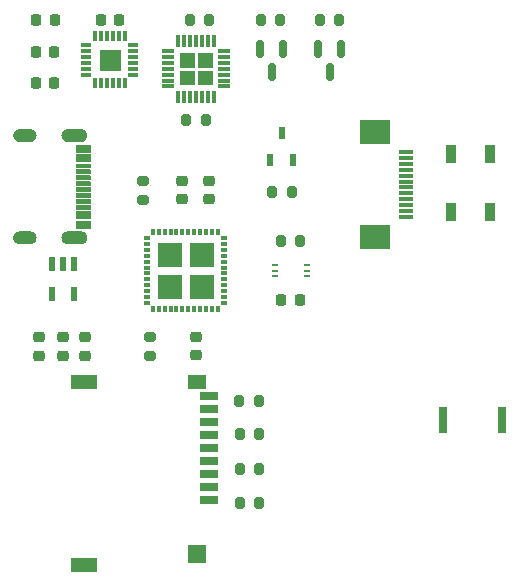
<source format=gtp>
%TF.GenerationSoftware,KiCad,Pcbnew,(6.0.6)*%
%TF.CreationDate,2022-07-19T19:23:43+08:00*%
%TF.ProjectId,Egret,45677265-742e-46b6-9963-61645f706362,rev?*%
%TF.SameCoordinates,Original*%
%TF.FileFunction,Paste,Top*%
%TF.FilePolarity,Positive*%
%FSLAX46Y46*%
G04 Gerber Fmt 4.6, Leading zero omitted, Abs format (unit mm)*
G04 Created by KiCad (PCBNEW (6.0.6)) date 2022-07-19 19:23:43*
%MOMM*%
%LPD*%
G01*
G04 APERTURE LIST*
G04 Aperture macros list*
%AMRoundRect*
0 Rectangle with rounded corners*
0 $1 Rounding radius*
0 $2 $3 $4 $5 $6 $7 $8 $9 X,Y pos of 4 corners*
0 Add a 4 corners polygon primitive as box body*
4,1,4,$2,$3,$4,$5,$6,$7,$8,$9,$2,$3,0*
0 Add four circle primitives for the rounded corners*
1,1,$1+$1,$2,$3*
1,1,$1+$1,$4,$5*
1,1,$1+$1,$6,$7*
1,1,$1+$1,$8,$9*
0 Add four rect primitives between the rounded corners*
20,1,$1+$1,$2,$3,$4,$5,0*
20,1,$1+$1,$4,$5,$6,$7,0*
20,1,$1+$1,$6,$7,$8,$9,0*
20,1,$1+$1,$8,$9,$2,$3,0*%
G04 Aperture macros list end*
%ADD10C,0.010000*%
%ADD11C,0.120000*%
%ADD12RoundRect,0.200000X-0.200000X-0.275000X0.200000X-0.275000X0.200000X0.275000X-0.200000X0.275000X0*%
%ADD13R,0.550000X0.250000*%
%ADD14RoundRect,0.225000X-0.250000X0.225000X-0.250000X-0.225000X0.250000X-0.225000X0.250000X0.225000X0*%
%ADD15RoundRect,0.200000X0.200000X0.275000X-0.200000X0.275000X-0.200000X-0.275000X0.200000X-0.275000X0*%
%ADD16R,0.800000X2.300000*%
%ADD17R,1.500000X1.600000*%
%ADD18R,2.200000X1.200000*%
%ADD19R,1.500000X1.200000*%
%ADD20R,1.600000X0.700000*%
%ADD21RoundRect,0.150000X-0.150000X0.587500X-0.150000X-0.587500X0.150000X-0.587500X0.150000X0.587500X0*%
%ADD22R,0.532000X1.070000*%
%ADD23RoundRect,0.225000X0.225000X0.250000X-0.225000X0.250000X-0.225000X-0.250000X0.225000X-0.250000X0*%
%ADD24RoundRect,0.014000X-0.161000X0.211000X-0.161000X-0.211000X0.161000X-0.211000X0.161000X0.211000X0*%
%ADD25RoundRect,0.014000X0.211000X0.161000X-0.211000X0.161000X-0.211000X-0.161000X0.211000X-0.161000X0*%
%ADD26RoundRect,0.014000X0.161000X-0.211000X0.161000X0.211000X-0.161000X0.211000X-0.161000X-0.211000X0*%
%ADD27RoundRect,0.014000X-0.211000X-0.161000X0.211000X-0.161000X0.211000X0.161000X-0.211000X0.161000X0*%
%ADD28RoundRect,0.225000X-0.225000X-0.250000X0.225000X-0.250000X0.225000X0.250000X-0.225000X0.250000X0*%
%ADD29RoundRect,0.225000X0.250000X-0.225000X0.250000X0.225000X-0.250000X0.225000X-0.250000X-0.225000X0*%
%ADD30RoundRect,0.200000X0.275000X-0.200000X0.275000X0.200000X-0.275000X0.200000X-0.275000X-0.200000X0*%
%ADD31R,0.900000X1.500000*%
%ADD32RoundRect,0.088500X-0.206500X0.516500X-0.206500X-0.516500X0.206500X-0.516500X0.206500X0.516500X0*%
%ADD33R,2.500000X2.000000*%
%ADD34R,1.250000X0.300000*%
%ADD35RoundRect,0.014000X0.411000X0.161000X-0.411000X0.161000X-0.411000X-0.161000X0.411000X-0.161000X0*%
%ADD36RoundRect,0.014000X0.161000X-0.386000X0.161000X0.386000X-0.161000X0.386000X-0.161000X-0.386000X0*%
%ADD37RoundRect,0.014000X-0.411000X-0.161000X0.411000X-0.161000X0.411000X0.161000X-0.411000X0.161000X0*%
%ADD38RoundRect,0.014000X-0.161000X0.386000X-0.161000X-0.386000X0.161000X-0.386000X0.161000X0.386000X0*%
%ADD39RoundRect,0.018900X-0.116100X0.486100X-0.116100X-0.486100X0.116100X-0.486100X0.116100X0.486100X0*%
%ADD40RoundRect,0.018900X0.486100X0.116100X-0.486100X0.116100X-0.486100X-0.116100X0.486100X-0.116100X0*%
%ADD41RoundRect,0.018900X0.116100X-0.486100X0.116100X0.486100X-0.116100X0.486100X-0.116100X-0.486100X0*%
%ADD42RoundRect,0.018900X-0.486100X-0.116100X0.486100X-0.116100X0.486100X0.116100X-0.486100X0.116100X0*%
%ADD43R,1.150000X0.300000*%
%ADD44R,1.150000X0.600000*%
G04 APERTURE END LIST*
%TO.C,U5*%
G36*
X122995000Y-104190000D02*
G01*
X121085000Y-104190000D01*
X121085000Y-102280000D01*
X122995000Y-102280000D01*
X122995000Y-104190000D01*
G37*
D10*
X122995000Y-104190000D02*
X121085000Y-104190000D01*
X121085000Y-102280000D01*
X122995000Y-102280000D01*
X122995000Y-104190000D01*
G36*
X122995000Y-106890000D02*
G01*
X121085000Y-106890000D01*
X121085000Y-104980000D01*
X122995000Y-104980000D01*
X122995000Y-106890000D01*
G37*
X122995000Y-106890000D02*
X121085000Y-106890000D01*
X121085000Y-104980000D01*
X122995000Y-104980000D01*
X122995000Y-106890000D01*
G36*
X120295000Y-106890000D02*
G01*
X118385000Y-106890000D01*
X118385000Y-104980000D01*
X120295000Y-104980000D01*
X120295000Y-106890000D01*
G37*
X120295000Y-106890000D02*
X118385000Y-106890000D01*
X118385000Y-104980000D01*
X120295000Y-104980000D01*
X120295000Y-106890000D01*
G36*
X120295000Y-104190000D02*
G01*
X118385000Y-104190000D01*
X118385000Y-102280000D01*
X120295000Y-102280000D01*
X120295000Y-104190000D01*
G37*
X120295000Y-104190000D02*
X118385000Y-104190000D01*
X118385000Y-102280000D01*
X120295000Y-102280000D01*
X120295000Y-104190000D01*
%TO.C,U2*%
G36*
X115122000Y-87604000D02*
G01*
X113478000Y-87604000D01*
X113478000Y-85896000D01*
X115122000Y-85896000D01*
X115122000Y-87604000D01*
G37*
X115122000Y-87604000D02*
X113478000Y-87604000D01*
X113478000Y-85896000D01*
X115122000Y-85896000D01*
X115122000Y-87604000D01*
%TO.C,U7*%
G36*
X122917500Y-87319913D02*
G01*
X121767587Y-87319913D01*
X121767587Y-86170000D01*
X122917500Y-86170000D01*
X122917500Y-87319913D01*
G37*
X122917500Y-87319913D02*
X121767587Y-87319913D01*
X121767587Y-86170000D01*
X122917500Y-86170000D01*
X122917500Y-87319913D01*
G36*
X121407500Y-88831400D02*
G01*
X120256100Y-88831400D01*
X120256100Y-87680000D01*
X121407500Y-87680000D01*
X121407500Y-88831400D01*
G37*
X121407500Y-88831400D02*
X120256100Y-88831400D01*
X120256100Y-87680000D01*
X121407500Y-87680000D01*
X121407500Y-88831400D01*
G36*
X121407500Y-87319753D02*
G01*
X120255680Y-87319753D01*
X120255680Y-86170000D01*
X121407500Y-86170000D01*
X121407500Y-87319753D01*
G37*
X121407500Y-87319753D02*
X120255680Y-87319753D01*
X120255680Y-86170000D01*
X121407500Y-86170000D01*
X121407500Y-87319753D01*
G36*
X122917500Y-88831980D02*
G01*
X121767769Y-88831980D01*
X121767769Y-87680000D01*
X122917500Y-87680000D01*
X122917500Y-88831980D01*
G37*
X122917500Y-88831980D02*
X121767769Y-88831980D01*
X121767769Y-87680000D01*
X122917500Y-87680000D01*
X122917500Y-88831980D01*
%TO.C,USB1*%
G36*
X107606000Y-92635000D02*
G01*
X107700000Y-92663000D01*
X107786000Y-92709000D01*
X107862000Y-92771000D01*
X107924000Y-92847000D01*
X107971000Y-92934000D01*
X107999000Y-93027000D01*
X108009000Y-93125000D01*
X107999000Y-93223000D01*
X107971000Y-93316000D01*
X107924000Y-93403000D01*
X107862000Y-93479000D01*
X107786000Y-93541000D01*
X107700000Y-93587000D01*
X107606000Y-93615000D01*
X107509000Y-93625000D01*
X106609000Y-93625000D01*
X106511000Y-93615000D01*
X106417000Y-93587000D01*
X106331000Y-93541000D01*
X106255000Y-93479000D01*
X106193000Y-93403000D01*
X106147000Y-93316000D01*
X106118000Y-93223000D01*
X106109000Y-93125000D01*
X106118000Y-93027000D01*
X106147000Y-92934000D01*
X106193000Y-92847000D01*
X106255000Y-92771000D01*
X106331000Y-92709000D01*
X106417000Y-92663000D01*
X106511000Y-92635000D01*
X106609000Y-92625000D01*
X107509000Y-92625000D01*
X107606000Y-92635000D01*
G37*
D11*
X107606000Y-92635000D02*
X107700000Y-92663000D01*
X107786000Y-92709000D01*
X107862000Y-92771000D01*
X107924000Y-92847000D01*
X107971000Y-92934000D01*
X107999000Y-93027000D01*
X108009000Y-93125000D01*
X107999000Y-93223000D01*
X107971000Y-93316000D01*
X107924000Y-93403000D01*
X107862000Y-93479000D01*
X107786000Y-93541000D01*
X107700000Y-93587000D01*
X107606000Y-93615000D01*
X107509000Y-93625000D01*
X106609000Y-93625000D01*
X106511000Y-93615000D01*
X106417000Y-93587000D01*
X106331000Y-93541000D01*
X106255000Y-93479000D01*
X106193000Y-93403000D01*
X106147000Y-93316000D01*
X106118000Y-93223000D01*
X106109000Y-93125000D01*
X106118000Y-93027000D01*
X106147000Y-92934000D01*
X106193000Y-92847000D01*
X106255000Y-92771000D01*
X106331000Y-92709000D01*
X106417000Y-92663000D01*
X106511000Y-92635000D01*
X106609000Y-92625000D01*
X107509000Y-92625000D01*
X107606000Y-92635000D01*
G36*
X112596000Y-96350000D02*
G01*
X111446000Y-96350000D01*
X111446000Y-96050000D01*
X112596000Y-96050000D01*
X112596000Y-96350000D01*
G37*
X112596000Y-96350000D02*
X111446000Y-96350000D01*
X111446000Y-96050000D01*
X112596000Y-96050000D01*
X112596000Y-96350000D01*
G36*
X112596000Y-97350000D02*
G01*
X111446000Y-97350000D01*
X111446000Y-97050000D01*
X112596000Y-97050000D01*
X112596000Y-97350000D01*
G37*
X112596000Y-97350000D02*
X111446000Y-97350000D01*
X111446000Y-97050000D01*
X112596000Y-97050000D01*
X112596000Y-97350000D01*
G36*
X112596000Y-94550000D02*
G01*
X111446000Y-94550000D01*
X111446000Y-93950000D01*
X112596000Y-93950000D01*
X112596000Y-94550000D01*
G37*
X112596000Y-94550000D02*
X111446000Y-94550000D01*
X111446000Y-93950000D01*
X112596000Y-93950000D01*
X112596000Y-94550000D01*
G36*
X112596000Y-100150000D02*
G01*
X111446000Y-100150000D01*
X111446000Y-99550000D01*
X112596000Y-99550000D01*
X112596000Y-100150000D01*
G37*
X112596000Y-100150000D02*
X111446000Y-100150000D01*
X111446000Y-99550000D01*
X112596000Y-99550000D01*
X112596000Y-100150000D01*
G36*
X107606000Y-101285000D02*
G01*
X107700000Y-101313000D01*
X107786000Y-101359000D01*
X107862000Y-101421000D01*
X107924000Y-101497000D01*
X107971000Y-101584000D01*
X107999000Y-101677000D01*
X108009000Y-101775000D01*
X107999000Y-101873000D01*
X107971000Y-101966000D01*
X107924000Y-102053000D01*
X107862000Y-102129000D01*
X107786000Y-102191000D01*
X107700000Y-102237000D01*
X107606000Y-102265000D01*
X107509000Y-102275000D01*
X106609000Y-102275000D01*
X106511000Y-102265000D01*
X106417000Y-102237000D01*
X106331000Y-102191000D01*
X106255000Y-102129000D01*
X106193000Y-102053000D01*
X106147000Y-101966000D01*
X106118000Y-101873000D01*
X106109000Y-101775000D01*
X106118000Y-101677000D01*
X106147000Y-101584000D01*
X106193000Y-101497000D01*
X106255000Y-101421000D01*
X106331000Y-101359000D01*
X106417000Y-101313000D01*
X106511000Y-101285000D01*
X106609000Y-101275000D01*
X107509000Y-101275000D01*
X107606000Y-101285000D01*
G37*
X107606000Y-101285000D02*
X107700000Y-101313000D01*
X107786000Y-101359000D01*
X107862000Y-101421000D01*
X107924000Y-101497000D01*
X107971000Y-101584000D01*
X107999000Y-101677000D01*
X108009000Y-101775000D01*
X107999000Y-101873000D01*
X107971000Y-101966000D01*
X107924000Y-102053000D01*
X107862000Y-102129000D01*
X107786000Y-102191000D01*
X107700000Y-102237000D01*
X107606000Y-102265000D01*
X107509000Y-102275000D01*
X106609000Y-102275000D01*
X106511000Y-102265000D01*
X106417000Y-102237000D01*
X106331000Y-102191000D01*
X106255000Y-102129000D01*
X106193000Y-102053000D01*
X106147000Y-101966000D01*
X106118000Y-101873000D01*
X106109000Y-101775000D01*
X106118000Y-101677000D01*
X106147000Y-101584000D01*
X106193000Y-101497000D01*
X106255000Y-101421000D01*
X106331000Y-101359000D01*
X106417000Y-101313000D01*
X106511000Y-101285000D01*
X106609000Y-101275000D01*
X107509000Y-101275000D01*
X107606000Y-101285000D01*
G36*
X112596000Y-96850000D02*
G01*
X111446000Y-96850000D01*
X111446000Y-96550000D01*
X112596000Y-96550000D01*
X112596000Y-96850000D01*
G37*
X112596000Y-96850000D02*
X111446000Y-96850000D01*
X111446000Y-96550000D01*
X112596000Y-96550000D01*
X112596000Y-96850000D01*
G36*
X112596000Y-99350000D02*
G01*
X111446000Y-99350000D01*
X111446000Y-99050000D01*
X112596000Y-99050000D01*
X112596000Y-99350000D01*
G37*
X112596000Y-99350000D02*
X111446000Y-99350000D01*
X111446000Y-99050000D01*
X112596000Y-99050000D01*
X112596000Y-99350000D01*
G36*
X112596000Y-100950000D02*
G01*
X111446000Y-100950000D01*
X111446000Y-100350000D01*
X112596000Y-100350000D01*
X112596000Y-100950000D01*
G37*
X112596000Y-100950000D02*
X111446000Y-100950000D01*
X111446000Y-100350000D01*
X112596000Y-100350000D01*
X112596000Y-100950000D01*
G36*
X111906000Y-101285000D02*
G01*
X112000000Y-101313000D01*
X112086000Y-101359000D01*
X112162000Y-101421000D01*
X112224000Y-101497000D01*
X112271000Y-101584000D01*
X112299000Y-101677000D01*
X112309000Y-101775000D01*
X112299000Y-101873000D01*
X112271000Y-101966000D01*
X112224000Y-102053000D01*
X112162000Y-102129000D01*
X112086000Y-102191000D01*
X112000000Y-102237000D01*
X111906000Y-102265000D01*
X111809000Y-102275000D01*
X110709000Y-102275000D01*
X110611000Y-102265000D01*
X110517000Y-102237000D01*
X110431000Y-102191000D01*
X110355000Y-102129000D01*
X110293000Y-102053000D01*
X110247000Y-101966000D01*
X110218000Y-101873000D01*
X110209000Y-101775000D01*
X110218000Y-101677000D01*
X110247000Y-101584000D01*
X110293000Y-101497000D01*
X110355000Y-101421000D01*
X110431000Y-101359000D01*
X110517000Y-101313000D01*
X110611000Y-101285000D01*
X110709000Y-101275000D01*
X111809000Y-101275000D01*
X111906000Y-101285000D01*
G37*
X111906000Y-101285000D02*
X112000000Y-101313000D01*
X112086000Y-101359000D01*
X112162000Y-101421000D01*
X112224000Y-101497000D01*
X112271000Y-101584000D01*
X112299000Y-101677000D01*
X112309000Y-101775000D01*
X112299000Y-101873000D01*
X112271000Y-101966000D01*
X112224000Y-102053000D01*
X112162000Y-102129000D01*
X112086000Y-102191000D01*
X112000000Y-102237000D01*
X111906000Y-102265000D01*
X111809000Y-102275000D01*
X110709000Y-102275000D01*
X110611000Y-102265000D01*
X110517000Y-102237000D01*
X110431000Y-102191000D01*
X110355000Y-102129000D01*
X110293000Y-102053000D01*
X110247000Y-101966000D01*
X110218000Y-101873000D01*
X110209000Y-101775000D01*
X110218000Y-101677000D01*
X110247000Y-101584000D01*
X110293000Y-101497000D01*
X110355000Y-101421000D01*
X110431000Y-101359000D01*
X110517000Y-101313000D01*
X110611000Y-101285000D01*
X110709000Y-101275000D01*
X111809000Y-101275000D01*
X111906000Y-101285000D01*
G36*
X112596000Y-95350000D02*
G01*
X111446000Y-95350000D01*
X111446000Y-94750000D01*
X112596000Y-94750000D01*
X112596000Y-95350000D01*
G37*
X112596000Y-95350000D02*
X111446000Y-95350000D01*
X111446000Y-94750000D01*
X112596000Y-94750000D01*
X112596000Y-95350000D01*
G36*
X112596000Y-98350000D02*
G01*
X111446000Y-98350000D01*
X111446000Y-98050000D01*
X112596000Y-98050000D01*
X112596000Y-98350000D01*
G37*
X112596000Y-98350000D02*
X111446000Y-98350000D01*
X111446000Y-98050000D01*
X112596000Y-98050000D01*
X112596000Y-98350000D01*
G36*
X112596000Y-97850000D02*
G01*
X111446000Y-97850000D01*
X111446000Y-97550000D01*
X112596000Y-97550000D01*
X112596000Y-97850000D01*
G37*
X112596000Y-97850000D02*
X111446000Y-97850000D01*
X111446000Y-97550000D01*
X112596000Y-97550000D01*
X112596000Y-97850000D01*
G36*
X112596000Y-95850000D02*
G01*
X111446000Y-95850000D01*
X111446000Y-95550000D01*
X112596000Y-95550000D01*
X112596000Y-95850000D01*
G37*
X112596000Y-95850000D02*
X111446000Y-95850000D01*
X111446000Y-95550000D01*
X112596000Y-95550000D01*
X112596000Y-95850000D01*
G36*
X112596000Y-98850000D02*
G01*
X111446000Y-98850000D01*
X111446000Y-98550000D01*
X112596000Y-98550000D01*
X112596000Y-98850000D01*
G37*
X112596000Y-98850000D02*
X111446000Y-98850000D01*
X111446000Y-98550000D01*
X112596000Y-98550000D01*
X112596000Y-98850000D01*
G36*
X111906000Y-92635000D02*
G01*
X112000000Y-92663000D01*
X112086000Y-92709000D01*
X112162000Y-92771000D01*
X112224000Y-92847000D01*
X112271000Y-92934000D01*
X112299000Y-93027000D01*
X112309000Y-93125000D01*
X112299000Y-93223000D01*
X112271000Y-93316000D01*
X112224000Y-93403000D01*
X112162000Y-93479000D01*
X112086000Y-93541000D01*
X112000000Y-93587000D01*
X111906000Y-93615000D01*
X111809000Y-93625000D01*
X110709000Y-93625000D01*
X110611000Y-93615000D01*
X110517000Y-93587000D01*
X110431000Y-93541000D01*
X110355000Y-93479000D01*
X110293000Y-93403000D01*
X110247000Y-93316000D01*
X110218000Y-93223000D01*
X110209000Y-93125000D01*
X110218000Y-93027000D01*
X110247000Y-92934000D01*
X110293000Y-92847000D01*
X110355000Y-92771000D01*
X110431000Y-92709000D01*
X110517000Y-92663000D01*
X110611000Y-92635000D01*
X110709000Y-92625000D01*
X111809000Y-92625000D01*
X111906000Y-92635000D01*
G37*
X111906000Y-92635000D02*
X112000000Y-92663000D01*
X112086000Y-92709000D01*
X112162000Y-92771000D01*
X112224000Y-92847000D01*
X112271000Y-92934000D01*
X112299000Y-93027000D01*
X112309000Y-93125000D01*
X112299000Y-93223000D01*
X112271000Y-93316000D01*
X112224000Y-93403000D01*
X112162000Y-93479000D01*
X112086000Y-93541000D01*
X112000000Y-93587000D01*
X111906000Y-93615000D01*
X111809000Y-93625000D01*
X110709000Y-93625000D01*
X110611000Y-93615000D01*
X110517000Y-93587000D01*
X110431000Y-93541000D01*
X110355000Y-93479000D01*
X110293000Y-93403000D01*
X110247000Y-93316000D01*
X110218000Y-93223000D01*
X110209000Y-93125000D01*
X110218000Y-93027000D01*
X110247000Y-92934000D01*
X110293000Y-92847000D01*
X110355000Y-92771000D01*
X110431000Y-92709000D01*
X110517000Y-92663000D01*
X110611000Y-92635000D01*
X110709000Y-92625000D01*
X111809000Y-92625000D01*
X111906000Y-92635000D01*
%TD*%
D12*
%TO.C,R3*%
X128725000Y-83400000D03*
X127075000Y-83400000D03*
%TD*%
D13*
%TO.C,U4*%
X131003750Y-104089000D03*
X131003750Y-104589000D03*
X131003750Y-105089000D03*
X128253750Y-105089000D03*
X128253750Y-104589000D03*
X128253750Y-104089000D03*
%TD*%
D12*
%TO.C,R11*%
X126935000Y-118390000D03*
X125285000Y-118390000D03*
%TD*%
D14*
%TO.C,C8*%
X121600000Y-111775000D03*
X121600000Y-110225000D03*
%TD*%
%TO.C,C1*%
X108305000Y-111782500D03*
X108305000Y-110232500D03*
%TD*%
D15*
%TO.C,R6*%
X121075000Y-83350000D03*
X122725000Y-83350000D03*
%TD*%
D12*
%TO.C,R9*%
X126915000Y-115610000D03*
X125265000Y-115610000D03*
%TD*%
D16*
%TO.C,U6*%
X147500000Y-117250000D03*
X142500000Y-117250000D03*
%TD*%
D17*
%TO.C,Card1*%
X121700000Y-128614000D03*
D18*
X112100000Y-129514000D03*
X112100000Y-114014000D03*
D19*
X121700000Y-114006000D03*
D20*
X122700000Y-115206000D03*
X122700000Y-116306000D03*
X122700000Y-117406000D03*
X122700000Y-118505000D03*
X122700000Y-119606000D03*
X122700000Y-120705000D03*
X122700000Y-121806000D03*
X122700000Y-122905000D03*
X122700000Y-124005000D03*
%TD*%
D15*
%TO.C,R1*%
X128785000Y-102050000D03*
X130435000Y-102050000D03*
%TD*%
D21*
%TO.C,Q2*%
X132900000Y-87737500D03*
X131950000Y-85862500D03*
X133850000Y-85862500D03*
%TD*%
D12*
%TO.C,R4*%
X133725000Y-83400000D03*
X132075000Y-83400000D03*
%TD*%
%TO.C,R12*%
X126935000Y-124300000D03*
X125285000Y-124300000D03*
%TD*%
D22*
%TO.C,Q3*%
X128850000Y-92965000D03*
X129800000Y-95235000D03*
X127900000Y-95235000D03*
%TD*%
D23*
%TO.C,C5*%
X113520000Y-83370000D03*
X115070000Y-83370000D03*
%TD*%
D24*
%TO.C,U5*%
X123440000Y-107850000D03*
X122940000Y-107850000D03*
X122440000Y-107850000D03*
X121940000Y-107850000D03*
X121440000Y-107850000D03*
X120940000Y-107850000D03*
X120440000Y-107850000D03*
X119940000Y-107850000D03*
X119440000Y-107850000D03*
X118940000Y-107850000D03*
X118440000Y-107850000D03*
X117940000Y-107850000D03*
D25*
X117425000Y-107335000D03*
X117425000Y-106835000D03*
X117425000Y-106335000D03*
X117425000Y-105835000D03*
X117425000Y-105335000D03*
X117425000Y-104835000D03*
X117425000Y-104335000D03*
X117425000Y-103835000D03*
X117425000Y-103335000D03*
X117425000Y-102835000D03*
X117425000Y-102335000D03*
X117425000Y-101835000D03*
D26*
X117940000Y-101320000D03*
X118440000Y-101320000D03*
X118940000Y-101320000D03*
X119440000Y-101320000D03*
X119940000Y-101320000D03*
X120440000Y-101320000D03*
X120940000Y-101320000D03*
X121440000Y-101320000D03*
X121940000Y-101320000D03*
X122440000Y-101320000D03*
X122940000Y-101320000D03*
X123440000Y-101320000D03*
D27*
X123955000Y-101835000D03*
X123955000Y-102335000D03*
X123955000Y-102835000D03*
X123955000Y-103335000D03*
X123955000Y-103835000D03*
X123955000Y-104335000D03*
X123955000Y-104835000D03*
X123955000Y-105335000D03*
X123955000Y-105835000D03*
X123955000Y-106335000D03*
X123955000Y-106835000D03*
X123955000Y-107335000D03*
%TD*%
D28*
%TO.C,C9*%
X130360000Y-107050000D03*
X128810000Y-107050000D03*
%TD*%
D29*
%TO.C,C2*%
X110305000Y-110255000D03*
X110305000Y-111805000D03*
%TD*%
D15*
%TO.C,R5*%
X128056250Y-97937000D03*
X129706250Y-97937000D03*
%TD*%
D23*
%TO.C,C3*%
X108025000Y-86120000D03*
X109575000Y-86120000D03*
%TD*%
%TO.C,C7*%
X108085000Y-83370000D03*
X109635000Y-83370000D03*
%TD*%
D29*
%TO.C,C6*%
X112195000Y-110255000D03*
X112195000Y-111805000D03*
%TD*%
D30*
%TO.C,R8*%
X117094000Y-96965000D03*
X117094000Y-98615000D03*
%TD*%
D31*
%TO.C,U1*%
X143150000Y-94750000D03*
X146450000Y-94750000D03*
X146450000Y-99650000D03*
X143150000Y-99650000D03*
%TD*%
D21*
%TO.C,Q1*%
X128000000Y-87737500D03*
X127050000Y-85862500D03*
X128950000Y-85862500D03*
%TD*%
D29*
%TO.C,C10*%
X122682000Y-97015000D03*
X122682000Y-98565000D03*
%TD*%
D23*
%TO.C,C4*%
X108025000Y-88680000D03*
X109575000Y-88680000D03*
%TD*%
D12*
%TO.C,R10*%
X126935000Y-121380000D03*
X125285000Y-121380000D03*
%TD*%
D30*
%TO.C,R2*%
X117722000Y-110175000D03*
X117722000Y-111825000D03*
%TD*%
D12*
%TO.C,R7*%
X122412500Y-91800000D03*
X120762500Y-91800000D03*
%TD*%
D32*
%TO.C,U3*%
X111270000Y-106555000D03*
X109370000Y-106555000D03*
X109370000Y-104045000D03*
X110320000Y-104045000D03*
X111270000Y-104045000D03*
%TD*%
D29*
%TO.C,C11*%
X120450000Y-96985000D03*
X120450000Y-98535000D03*
%TD*%
D33*
%TO.C,FPC1*%
X136787500Y-92860000D03*
X136787500Y-101740000D03*
D34*
X139363500Y-100050000D03*
X139363500Y-99550000D03*
X139363500Y-99050000D03*
X139363500Y-98550000D03*
X139363500Y-98050000D03*
X139363500Y-97550000D03*
X139363500Y-97050000D03*
X139363500Y-96550000D03*
X139363500Y-96050000D03*
X139363500Y-95550000D03*
X139363500Y-95050000D03*
X139363500Y-94550000D03*
%TD*%
D35*
%TO.C,U2*%
X116275000Y-85500000D03*
X116275000Y-86000000D03*
X116275000Y-86500000D03*
X116275000Y-87000000D03*
X116275000Y-87500000D03*
X116275000Y-88000000D03*
D36*
X115550000Y-88750000D03*
X115050000Y-88750000D03*
X114550000Y-88750000D03*
X114050000Y-88750000D03*
X113550000Y-88750000D03*
X113050000Y-88750000D03*
D37*
X112325000Y-88000000D03*
X112325000Y-87500000D03*
X112325000Y-87000000D03*
X112325000Y-86500000D03*
X112325000Y-86000000D03*
X112325000Y-85500000D03*
D38*
X113050000Y-84750000D03*
X113550000Y-84750000D03*
X114050000Y-84750000D03*
X114550000Y-84750000D03*
X115050000Y-84750000D03*
X115550000Y-84750000D03*
%TD*%
D39*
%TO.C,U7*%
X120087500Y-85140000D03*
X120587500Y-85140000D03*
X121087500Y-85140000D03*
X121587500Y-85140000D03*
X122087500Y-85140000D03*
X122587500Y-85140000D03*
X123087500Y-85140000D03*
D40*
X123947500Y-86000000D03*
X123947500Y-86500000D03*
X123947500Y-87000000D03*
X123947500Y-87500000D03*
X123947500Y-88000000D03*
X123947500Y-88500000D03*
X123947500Y-89000000D03*
D41*
X123087500Y-89860000D03*
X122587500Y-89860000D03*
X122087500Y-89860000D03*
X121587500Y-89860000D03*
X121087500Y-89860000D03*
X120587500Y-89860000D03*
X120087500Y-89860000D03*
D42*
X119227500Y-89000000D03*
X119227500Y-88500000D03*
X119227500Y-88000000D03*
X119227500Y-87500000D03*
X119227500Y-87000000D03*
X119227500Y-86500000D03*
X119227500Y-86000000D03*
%TD*%
D43*
%TO.C,USB1*%
X112021000Y-95700000D03*
X112021000Y-96700000D03*
X112021000Y-98200000D03*
X112021000Y-99200000D03*
D44*
X112021000Y-99850000D03*
X112021000Y-100650000D03*
D43*
X112021000Y-98700000D03*
X112021000Y-97700000D03*
X112021000Y-97200000D03*
X112021000Y-96200000D03*
D44*
X112021000Y-95050000D03*
X112021000Y-94250000D03*
%TD*%
M02*

</source>
